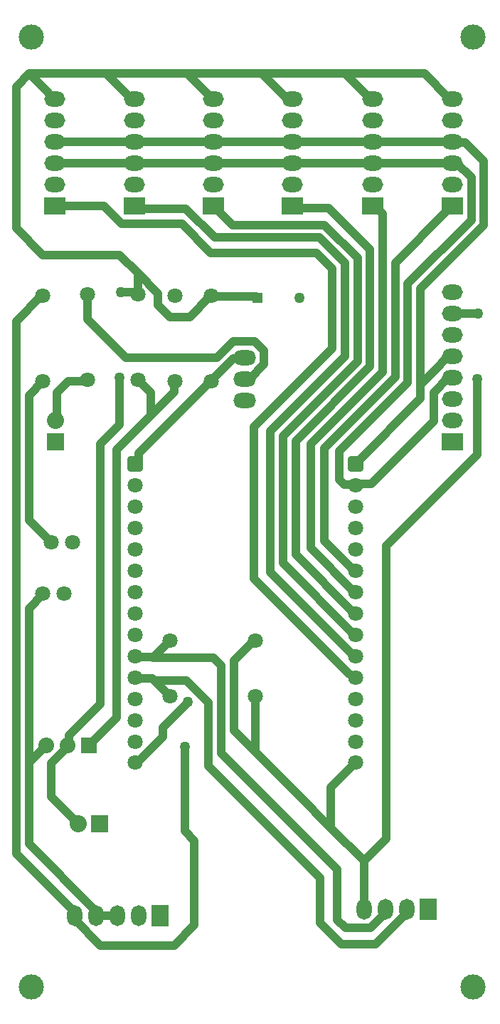
<source format=gbl>
G04*
G04 #@! TF.GenerationSoftware,Altium Limited,Altium Designer,21.0.9 (235)*
G04*
G04 Layer_Physical_Order=2*
G04 Layer_Color=16711680*
%FSLAX44Y44*%
%MOMM*%
G71*
G04*
G04 #@! TF.SameCoordinates,E919236A-FA18-421A-BADD-4263196A2B94*
G04*
G04*
G04 #@! TF.FilePolarity,Positive*
G04*
G01*
G75*
%ADD10C,1.0000*%
%ADD11O,2.5000X1.8000*%
%ADD12R,2.5000X2.0000*%
%ADD13C,2.0320*%
%ADD14R,2.0320X2.0320*%
%ADD15C,1.8000*%
G04:AMPARAMS|DCode=16|XSize=1.8mm|YSize=1.8mm|CornerRadius=0.225mm|HoleSize=0mm|Usage=FLASHONLY|Rotation=270.000|XOffset=0mm|YOffset=0mm|HoleType=Round|Shape=RoundedRectangle|*
%AMROUNDEDRECTD16*
21,1,1.8000,1.3500,0,0,270.0*
21,1,1.3500,1.8000,0,0,270.0*
1,1,0.4500,-0.6750,-0.6750*
1,1,0.4500,-0.6750,0.6750*
1,1,0.4500,0.6750,0.6750*
1,1,0.4500,0.6750,-0.6750*
%
%ADD16ROUNDEDRECTD16*%
%ADD17O,2.7000X1.8000*%
%ADD18O,1.8000X2.5000*%
%ADD19R,2.0000X2.5000*%
%ADD20R,2.0320X2.0320*%
%ADD21R,1.8750X1.8750*%
%ADD22C,1.8750*%
%ADD23C,1.2750*%
%ADD24R,1.2750X1.2750*%
%ADD25C,3.0000*%
%ADD26C,1.2700*%
D10*
X276860Y340360D02*
Y423402D01*
X300498Y447040D02*
X302260D01*
X276860Y423402D02*
X300498Y447040D01*
X276860Y340360D02*
X302260Y314960D01*
X252730Y426720D02*
X261860Y417590D01*
Y313450D02*
Y417590D01*
Y313450D02*
X400050Y175260D01*
X302260Y314960D02*
Y381000D01*
Y314960D02*
X353060Y264160D01*
X220110Y399650D02*
X246380Y373380D01*
Y298450D02*
Y373380D01*
Y298450D02*
X379730Y165100D01*
X192520Y333020D02*
Y344190D01*
X161760Y302260D02*
X192520Y333020D01*
X159890Y302260D02*
X161760D01*
X192520Y344190D02*
X222119Y373788D01*
X218440Y220615D02*
X229870Y209185D01*
X218440Y220615D02*
Y321310D01*
X229870Y109220D02*
Y209185D01*
X182010Y399650D02*
X220110D01*
X222119Y373788D02*
Y374519D01*
X118220Y85090D02*
X205740D01*
X229870Y109220D01*
X159890Y428860D02*
X161421Y427329D01*
X179731D01*
X180340Y426720D01*
X179731Y401929D02*
X182010Y399650D01*
X159890Y403460D02*
X161421Y401929D01*
X179731D01*
X80414Y324254D02*
Y334414D01*
X118110Y372110D02*
Y680720D01*
X80414Y334414D02*
X118110Y372110D01*
X78740Y322580D02*
X80414Y324254D01*
X78740Y320580D02*
Y322580D01*
X33020Y590549D02*
X59690Y563879D01*
X33020Y738699D02*
X49530Y755209D01*
X33020Y590549D02*
Y738699D01*
X49530Y755209D02*
Y755650D01*
X410210Y1120729D02*
X503911D01*
X310562D02*
X410210D01*
X33020Y302260D02*
X53340Y322580D01*
X33020Y205630D02*
X113030Y125620D01*
X49530Y501999D02*
Y502920D01*
X33020Y302260D02*
Y485489D01*
X17780Y826770D02*
X48113Y857103D01*
X17780Y194000D02*
X87630Y124150D01*
X33020Y485489D02*
X49530Y501999D01*
X33020Y205630D02*
Y302260D01*
X17780Y194000D02*
Y826770D01*
X552711Y1038599D02*
X574710Y1016600D01*
Y940752D02*
Y1016600D01*
X499110Y865152D02*
X574710Y940752D01*
X542180Y1014730D02*
X559710Y997200D01*
Y946965D02*
Y997200D01*
X484110Y871366D02*
X559710Y946965D01*
X484110Y753964D02*
Y871366D01*
X499110Y753000D02*
Y865152D01*
X441960Y1014730D02*
X542180D01*
X566420Y668020D02*
Y758190D01*
X458470Y560070D02*
X566420Y668020D01*
X537210Y835660D02*
X567690D01*
X469110Y760177D02*
Y895830D01*
X529710Y958930D02*
X534710Y963930D01*
X529710Y956430D02*
Y958930D01*
X469110Y895830D02*
X529710Y956430D01*
X534710Y963930D02*
X537210D01*
X454110Y766530D02*
Y954280D01*
X444460Y963930D02*
X454110Y954280D01*
X252730Y963930D02*
X275590Y941070D01*
X332928D02*
X333065Y940933D01*
X275590Y941070D02*
X332928D01*
X333065Y940933D02*
X384947D01*
X424110Y901770D01*
X254085Y925933D02*
X378734D01*
X409110Y895557D01*
X219898Y960120D02*
X254085Y925933D01*
X375404Y908050D02*
X394110Y889344D01*
X215007Y942340D02*
X249297Y908050D01*
X375404D01*
X158750Y963930D02*
X162560Y960120D01*
X219898D01*
X143698Y942340D02*
X215007D01*
X122108Y963930D02*
X143698Y942340D01*
X503911Y1120729D02*
X533710Y1090930D01*
X410210Y1120140D02*
X439420Y1090930D01*
X441960D01*
X222036Y1120729D02*
X310562D01*
X341045Y1090930D02*
X346710D01*
X337045Y1094930D02*
X341045Y1090930D01*
X336360Y1094930D02*
X337045D01*
X310562Y1120729D02*
X336360Y1094930D01*
X125141Y1120729D02*
X222036D01*
X245230Y1097095D02*
Y1097160D01*
X222036Y1120354D02*
X245230Y1097160D01*
Y1097095D02*
X251395Y1090930D01*
X252730D01*
X33701Y1120729D02*
X125141D01*
X154940Y1090930D02*
X158750D01*
X125141Y1120729D02*
X154940Y1090930D01*
X17780Y937260D02*
Y1104807D01*
X33701Y1120729D01*
X33701D02*
X56000Y1098430D01*
Y1097095D02*
Y1098430D01*
X62165Y1090930D02*
X63500D01*
X56000Y1097095D02*
X62165Y1090930D01*
X17780Y937260D02*
X49530Y905510D01*
X87630Y115680D02*
X118220Y85090D01*
X87630Y115680D02*
Y120650D01*
X59690Y261620D02*
Y301530D01*
Y261620D02*
X91440Y229870D01*
X59690Y301530D02*
X78740Y320580D01*
X148590Y783590D02*
X256917D01*
X102870Y829310D02*
Y858520D01*
Y829310D02*
X148590Y783590D01*
X162560Y756920D02*
X177800Y741680D01*
X140970Y703580D02*
Y759460D01*
X118110Y680720D02*
X140970Y703580D01*
X101600Y755650D02*
X102870Y756920D01*
X80010Y755650D02*
X101600D01*
X66211Y741851D02*
X80010Y755650D01*
X142240Y861060D02*
X160020D01*
X162560Y858520D01*
Y883920D02*
X186690Y859790D01*
Y845820D02*
Y859790D01*
X162560Y858520D02*
Y883920D01*
X140970Y905510D02*
X162560Y883920D01*
X248659Y855719D02*
X250190Y857250D01*
X224790Y831850D02*
X248659Y855719D01*
X303791D01*
X49530Y905510D02*
X140970D01*
X200660Y831850D02*
X224790D01*
X186690Y845820D02*
X200660Y831850D01*
X458470Y212090D02*
Y560070D01*
X431800Y185420D02*
X458470Y212090D01*
X441960Y963930D02*
X444460D01*
X303791Y855719D02*
X304800Y854710D01*
X256917Y783590D02*
X275917Y802590D01*
X295530Y758190D02*
X313060Y775720D01*
X275917Y802590D02*
X301930D01*
X313060Y791460D01*
Y775720D02*
Y791460D01*
X137160Y674370D02*
X177800Y715010D01*
Y741680D01*
Y715010D02*
X205755Y742964D01*
Y754395D02*
X207010Y755650D01*
X205755Y742964D02*
Y754395D01*
X137160Y355600D02*
Y674370D01*
X104140Y322580D02*
X137160Y355600D01*
X159890Y657460D02*
X163890Y661460D01*
Y669350D01*
X248659Y754119D01*
X66211Y710101D02*
Y741851D01*
X64770Y708660D02*
X66211Y710101D01*
X289560Y758190D02*
X295530D01*
X276599Y782059D02*
X288029D01*
X289560Y783590D01*
X248659Y754119D02*
X276599Y782059D01*
X248659Y754119D02*
Y754119D01*
X423171Y633591D02*
X440551D01*
X514710Y707750D02*
Y741930D01*
X440551Y633591D02*
X514710Y707750D01*
X421640Y632060D02*
X423171Y633591D01*
X421640Y657460D02*
X499110Y734930D01*
Y753000D01*
X389890Y961390D02*
X439110Y912170D01*
X349250Y961390D02*
X389890D01*
X439110Y772743D02*
Y912170D01*
X409110Y785170D02*
Y895557D01*
X394110Y794160D02*
Y889344D01*
X424110Y778956D02*
Y901770D01*
X335280Y690126D02*
X424110Y778956D01*
X350520Y684153D02*
X439110Y772743D01*
X320280Y696340D02*
X409110Y785170D01*
X402640Y672494D02*
X484110Y753964D01*
X384810Y675877D02*
X469110Y760177D01*
X368300Y680720D02*
X454110Y766530D01*
X300990Y701040D02*
X394110Y794160D01*
X514710Y741930D02*
X532240Y759460D01*
X514710Y767330D02*
Y767330D01*
X500380Y753000D02*
X514710Y767330D01*
Y767330D02*
X532240Y784860D01*
X537210D01*
X346710Y1014730D02*
X441960D01*
X252730D02*
X346710D01*
X158750D02*
X252730D01*
X63500D02*
X158750D01*
X63500Y1040130D02*
X158750D01*
X252730D01*
X346710D01*
X441960D01*
X537210D01*
X533710Y1090930D02*
X537210D01*
X419475Y403460D02*
X421640D01*
X414230Y407460D02*
X415475D01*
X419475Y403460D01*
X300990Y520700D02*
X414230Y407460D01*
X320280Y528750D02*
X420170Y428860D01*
X320280Y528750D02*
Y696340D01*
X300990Y520700D02*
Y701040D01*
X384810Y565820D02*
Y675877D01*
X350520Y549310D02*
Y684153D01*
X368300Y556930D02*
Y680720D01*
X335280Y539150D02*
Y690126D01*
X402640Y638717D02*
Y672494D01*
X384810Y565820D02*
X420170Y530460D01*
X420841Y632859D02*
X421640Y632060D01*
X402640Y638717D02*
X408498Y632859D01*
X420841D01*
X532240Y759460D02*
X537210D01*
X63500Y963930D02*
X122108D01*
X420170Y428860D02*
X421640D01*
X335280Y539150D02*
X420170Y454260D01*
X350520Y549310D02*
X420170Y479660D01*
X368300Y556930D02*
X420170Y505060D01*
Y454260D02*
X421640D01*
X346710Y963930D02*
X349250Y961390D01*
X420170Y479660D02*
X421640D01*
X420170Y505060D02*
X421640D01*
X420170Y530460D02*
X421640D01*
X113030Y120650D02*
X138430D01*
X113030D02*
Y125620D01*
X87630Y120650D02*
Y124150D01*
X537210Y1040130D02*
X538741Y1038599D01*
X552711D01*
X392430Y224790D02*
X431800Y185420D01*
X353060Y264160D02*
X392430Y224790D01*
Y273050D02*
X421640Y302260D01*
X392430Y224790D02*
Y273050D01*
X431800Y128270D02*
Y185420D01*
X379730Y111760D02*
Y165100D01*
Y111760D02*
X405130Y86360D01*
X400050Y115570D02*
Y175260D01*
Y115570D02*
X409850Y105770D01*
X482600Y123300D02*
Y128270D01*
X445660Y86360D02*
X482600Y123300D01*
X405130Y86360D02*
X445660D01*
X180340Y426720D02*
X252730D01*
X457200Y123300D02*
Y128270D01*
X439670Y105770D02*
X457200Y123300D01*
X409850Y105770D02*
X439670D01*
X200660Y447040D02*
X200660D01*
X180340Y426720D02*
X200660Y447040D01*
X182010Y399650D02*
X200660Y381000D01*
D11*
X537210Y1090930D02*
D03*
Y1065530D02*
D03*
Y1040130D02*
D03*
Y989330D02*
D03*
Y1014730D02*
D03*
X252730Y1090930D02*
D03*
Y1065530D02*
D03*
Y1040130D02*
D03*
Y989330D02*
D03*
Y1014730D02*
D03*
X158750Y1090930D02*
D03*
Y1065530D02*
D03*
Y1040130D02*
D03*
Y989330D02*
D03*
Y1014730D02*
D03*
X63500Y1090930D02*
D03*
Y1065530D02*
D03*
Y1040130D02*
D03*
Y989330D02*
D03*
Y1014730D02*
D03*
X441960Y1090930D02*
D03*
Y1065530D02*
D03*
Y1040130D02*
D03*
Y989330D02*
D03*
Y1014730D02*
D03*
X346710Y1090930D02*
D03*
Y1065530D02*
D03*
Y1040130D02*
D03*
Y989330D02*
D03*
Y1014730D02*
D03*
X537210Y734060D02*
D03*
Y708660D02*
D03*
Y759460D02*
D03*
Y784860D02*
D03*
Y810260D02*
D03*
Y835660D02*
D03*
Y861060D02*
D03*
D12*
Y963930D02*
D03*
X252730D02*
D03*
X158750D02*
D03*
X63500D02*
D03*
X441960D02*
D03*
X346710D02*
D03*
X537210Y683260D02*
D03*
D13*
X64770Y708660D02*
D03*
X91440Y229870D02*
D03*
D14*
X64770Y683260D02*
D03*
D15*
X159890Y302260D02*
D03*
Y530460D02*
D03*
Y403460D02*
D03*
Y378060D02*
D03*
Y352660D02*
D03*
Y327260D02*
D03*
Y428860D02*
D03*
Y454260D02*
D03*
Y479660D02*
D03*
Y505060D02*
D03*
Y555860D02*
D03*
Y581260D02*
D03*
Y606660D02*
D03*
Y632060D02*
D03*
X421640Y302260D02*
D03*
Y530460D02*
D03*
Y403460D02*
D03*
Y378060D02*
D03*
Y352660D02*
D03*
Y327260D02*
D03*
Y428860D02*
D03*
Y454260D02*
D03*
Y479660D02*
D03*
Y505060D02*
D03*
Y555860D02*
D03*
Y581260D02*
D03*
Y606660D02*
D03*
Y632060D02*
D03*
X102870Y756920D02*
D03*
Y858520D02*
D03*
X250190Y857250D02*
D03*
Y755650D02*
D03*
X302260Y381000D02*
D03*
X200660D02*
D03*
X302260Y447040D02*
D03*
X200660D02*
D03*
X49530Y502920D02*
D03*
X74930D02*
D03*
X162560Y858520D02*
D03*
Y756920D02*
D03*
X207010Y755650D02*
D03*
Y857250D02*
D03*
X49530D02*
D03*
Y755650D02*
D03*
X85090Y563881D02*
D03*
X59690Y563879D02*
D03*
D16*
X159890Y657460D02*
D03*
X421640D02*
D03*
D17*
X289560Y783590D02*
D03*
Y758190D02*
D03*
Y732790D02*
D03*
D18*
X87630Y120650D02*
D03*
X113030D02*
D03*
X163830D02*
D03*
X138430D02*
D03*
X431800Y128270D02*
D03*
X482600D02*
D03*
X457200D02*
D03*
D19*
X189230Y120650D02*
D03*
X508000Y128270D02*
D03*
D20*
X116840Y229870D02*
D03*
D21*
X104140Y322580D02*
D03*
D22*
X78740D02*
D03*
X53340D02*
D03*
D23*
X354800Y854710D02*
D03*
D24*
X304800D02*
D03*
D25*
X561340Y1164590D02*
D03*
Y35560D02*
D03*
X35560D02*
D03*
Y1164590D02*
D03*
D26*
X218440Y321310D02*
D03*
X222119Y374519D02*
D03*
X566420Y758190D02*
D03*
X567690Y835660D02*
D03*
X140970Y759460D02*
D03*
X142240Y861060D02*
D03*
M02*

</source>
